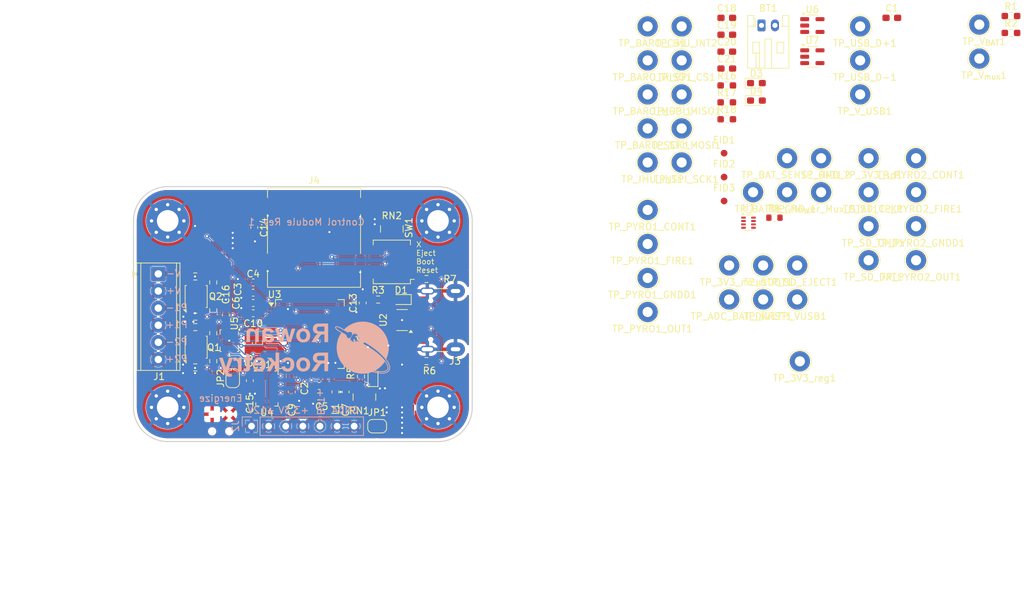
<source format=kicad_pcb>
(kicad_pcb (version 20241229) (generator "pcbnew") (generator_version "9.0")
  (layers (0 "F.Cu" signal) (2 "B.Cu" signal) (13 "F.Paste" user) (15 "B.Paste" user) (5 "F.SilkS" user "F.Silkscreen") (7 "B.SilkS" user "B.Silkscreen") (1 "F.Mask" user) (3 "B.Mask" user) (25 "Edge.Cuts" user))
  (net 0 "")
  (net 1 "/MCU/VDDSMPS")
  (net 2 "GNDD")
  (net 3 "+3.3V")
  (net 4 "/MCU/VDD11")
  (net 5 "GNDA")
  (net 6 "VDDA")
  (net 7 "/MCU/VBAT")
  (net 8 "/V_USB")
  (net 9 "/NRST")
  (net 10 "/MCU/SD_CLK")
  (net 11 "/MCU/SD_DAT0")
  (net 12 "/MCU/SD_CMD")
  (net 13 "/MCU/USB_DP")
  (net 14 "/MCU/USB_DN")
  (net 15 "/BOOT0")
  (net 16 "/SD_EJECT")
  (net 17 "/IMU Sensors/pres_mosi")
  (net 18 "/IMU Sensors/imu_int2")
  (net 19 "Net-(D1-A)")
  (net 20 "/IMU Sensors/imu_miso")
  (net 21 "/IMU Sensors/pres_miso")
  (net 22 "/IMU Sensors/imu_sclk")
  (net 23 "/IMU Sensors/pres_sclk")
  (net 24 "/IMU Sensors/imu_int1")
  (net 25 "/IMU Sensors/pres_cs")
  (net 26 "/IMU Sensors/imu_mosi")
  (net 27 "/IMU Sensors/imu_cs")
  (net 28 "/Battery/V_{BAT}")
  (net 30 "Net-(D2-A)")
  (net 31 "/Pyro Controller 2/Out")
  (net 32 "/Pyro Controller 1/Out")
  (net 33 "Net-(J3-D--PadA7)")
  (net 34 "Net-(J3-CC2)")
  (net 35 "Net-(J3-D+-PadA6)")
  (net 38 "Net-(J3-CC1)")
  (net 39 "Net-(D3-K)")
  (net 40 "Net-(Q1-G)")
  (net 41 "Net-(Q2-G)")
  (net 42 "Net-(D4-K)")
  (net 43 "/Battery/Status")
  (net 44 "Net-(J1-Pin_2)")
  (net 45 "Net-(U1-ST)")
  (net 46 "/Battery/Program")
  (net 47 "/USB-C/USB_D+")
  (net 48 "/USB-C/USB_D-")
  (net 49 "/V_{BAT}")
  (net 50 "/Battery/V_{mux}")
  (net 51 "+5V_USB")
  (net 52 "Net-(RN1-R1.2)")
  (net 53 "+BATT")
  (net 54 "Net-(RN1-R2.1)")
  (net 55 "/Bat Sense")
  (net 56 "/MCU/ADC1_IN5")
  (net 57 "/MCU/ADC1_IN6")
  (net 58 "/MCU/PYRO2_FIRE")
  (net 59 "/MCU/PYRO1_FIRE")
  (net 60 "Net-(RN2-R4.2)")
  (net 61 "/MicroSD Card/SD_DAT3")
  (net 62 "/MicroSD Card/SD_DAT2")
  (net 63 "/MicroSD Card/SD_DAT1")
  (net 64 "Net-(U1-PR1)")
  (net 65 "/V_{mux}")
  (net 66 "/Battery/V_USB")
  (net 67 "Net-(U3-VLXSMPS)")
  (net 81 "unconnected-(U3-PB0-Pad24)")
  (net 84 "unconnected-(U3-PC13-Pad2)")
  (footprint "Resistor_SMD:R_0603_1608Metric_Pad0.98x0.95mm_HandSolder" (layer "F.Cu") (at 127.161 77.978 90)
    (property "Reference" "R9" (hide yes))
    (property "Value" "1k")
  )
  (footprint "Package_SO:Vishay_PowerPAK_1212-8_Single" (layer "F.Cu") (at 124.624 68.3755 90)
    (property "Reference" "Q2")
    (property "Value" "SiS454DN")
  )
  (footprint "MountingHole:MountingHole_3.2mm_M3_Pad_Via" (layer "F.Cu") (at 160.528 84.836)
    (property "Reference" "H1" (hide yes))
    (property "Value" "MountingHole_Pad")
  )
  (footprint "Resistor_SMD:R_0603_1608Metric_Pad0.98x0.95mm_HandSolder" (layer "F.Cu") (at 124.497 65.405)
    (property "Reference" "R15" (hide yes))
    (property "Value" "22k")
  )
  (footprint "Capacitor_SMD:C_0603_1608Metric_Pad1.08x0.95mm_HandSolder" (layer "F.Cu") (at 132.461 75.311 90)
    (property "Reference" "C8")
    (property "Value" "1uF")
  )
  (footprint "TerminalBlock_Phoenix:TerminalBlock_Phoenix_MPT-0,5-6-2.54_1x06_P2.54mm_Horizontal" (layer "F.Cu") (at 119.0045 65.024 -90)
    (property "Reference" "J1")
    (property "Value" "Screw_Terminal_01x06")
  )
  (footprint "Package_TO_SOT_SMD:SOT-583-8" (layer "F.Cu") (at 206.62 57.425)
    (property "Reference" "U1")
    (property "Value" "TPS2116DRL")
  )
  (footprint "TestPoint:TestPoint_Loop_D2.54mm_Drill1.5mm_Beaded" (layer "F.Cu") (at 196.7 28.28)
    (property "Reference" "TP_IMU_INT2")
    (property "Value" "TestPoint")
  )
  (footprint "TestPoint:TestPoint_Loop_D2.54mm_Drill1.5mm_Beaded" (layer "F.Cu") (at 191.65 60.58)
    (property "Reference" "TP_PYRO1_FIRE1")
    (property "Value" "TestPoint")
  )
  (footprint "Resistor_SMD:R_0603_1608Metric_Pad0.98x0.95mm_HandSolder" (layer "F.Cu") (at 124.497 72.932)
    (property "Reference" "R11" (hide yes))
    (property "Value" "22k")
  )
  (footprint "TestPoint:TestPoint_Loop_D2.54mm_Drill1.5mm_Beaded" (layer "F.Cu") (at 231.5 63)
    (property "Reference" "TP_PYRO2_OUT1")
    (property "Value" "TestPoint")
  )
  (footprint "TestPoint:TestPoint_Loop_D2.54mm_Drill1.5mm_Beaded" (layer "F.Cu") (at 191.65 28.28)
    (property "Reference" "TP_BARO_CS1")
    (property "Value" "TestPoint")
  )
  (footprint "TestPoint:TestPoint_Loop_D2.54mm_Drill1.5mm_Beaded" (layer "F.Cu") (at 213.85 63.77)
    (property "Reference" "TP_SD_EJECT1")
    (property "Value" "TestPoint")
  )
  (footprint "Resistor_SMD:R_0603_1608Metric" (layer "F.Cu") (at 151.638 68.834)
    (property "Reference" "R3")
    (property "Value" "1k")
  )
  (footprint "Package_SO:Vishay_PowerPAK_1212-8_Single" (layer "F.Cu") (at 124.624 75.9025 90)
    (property "Reference" "Q1")
    (property "Value" "SiS454DN")
  )
  (footprint "Resistor_SMD:R_Array_Convex_4x0612" (layer "F.Cu") (at 153.67 58.358 -90)
    (property "Reference" "RN2")
    (property "Value" "10k")
  )
  (footprint "TestPoint:TestPoint_Loop_D2.54mm_Drill1.5mm_Beaded" (layer "F.Cu") (at 240.8875 33.06)
    (property "Reference" "TP_V_{mux}1")
    (property "Value" "TestPoint")
  )
  (footprint "TestPoint:TestPoint_Loop_D2.54mm_Drill1.5mm_Beaded" (layer "F.Cu") (at 224.45 52.9)
    (property "Reference" "TP_SD_CLK1")
    (property "Value" "TestPoint")
  )
  (footprint "MountingHole:MountingHole_3.2mm_M3_Pad_Via" (layer "F.Cu") (at 120.396 57.15)
    (property "Reference" "H4" (hide yes))
    (property "Value" "MountingHole_Pad")
  )
  (footprint "TestPoint:TestPoint_Loop_D2.54mm_Drill1.5mm_Beaded" (layer "F.Cu") (at 223.2 28.28)
    (property "Reference" "TP_USB_D+1")
    (property "Value" "TestPoint")
  )
  (footprint "TestPoint:TestPoint_Loop_D2.54mm_Drill1.5mm_Beaded" (layer "F.Cu") (at 223.2 33.33)
    (property "Reference" "TP_USB_D-1")
    (property "Value" "TestPoint")
  )
  (footprint "Package_LGA:LGA-8_3x5mm_P1.25mm" (layer "F.Cu") (at 135.128 82.042)
    (property "Reference" "U4")
    (property "Value" "MS5607-02BA")
  )
  (footprint "Capacitor_SMD:C_0603_1608Metric_Pad1.08x0.95mm_HandSolder" (layer "F.Cu") (at 133.096 70.866 180)
    (property "Reference" "C10")
    (property "Value" "100nF")
  )
  (footprint "Resistor_SMD:R_0603_1608Metric_Pad0.98x0.95mm_HandSolder" (layer "F.Cu") (at 203.4 42.07)
    (property "Reference" "R18")
    (property "Value" "5.1k")
  )
  (footprint "TestPoint:TestPoint_Loop_D2.54mm_Drill1.5mm_Beaded" (layer "F.Cu") (at 224.45 47.85)
    (property "Reference" "TP_3V3_sd1")
    (property "Value" "TestPoint")
  )
  (footprint "TestPoint:TestPoint_Loop_D2.54mm_Drill1.5mm_Beaded" (layer "F.Cu") (at 217.4 52.9)
    (property "Reference" "TP_Power_Mux_STAT1")
    (property "Value" "TestPoint")
  )
  (footprint "TestPoint:TestPoint_Loop_D2.54mm_Drill1.5mm_Beaded" (layer "F.Cu") (at 231.5 52.9)
    (property "Reference" "TP_PYRO2_FIRE1")
    (property "Value" "TestPoint")
  )
  (footprint "Jumper:SolderJumper-2_P1.3mm_Open_RoundedPad1.0x1.5mm" (layer "F.Cu") (at 130.048 80.518 90)
    (property "Reference" "JP2")
    (property "Value" "SolderJumper_2_Open")
  )
  (footprint "Resistor_SMD:R_0603_1608Metric_Pad0.98x0.95mm_HandSolder" (layer "F.Cu") (at 203.4 37.05)
    (property "Reference" "R16")
    (property "Value" "5.1k")
  )
  (footprint "TestPoint:TestPoint_Loop_D2.54mm_Drill1.5mm_Beaded" (layer "F.Cu") (at 213.85 68.82)
    (property "Reference" "TP_VUSB1")
    (property "Value" "TestPoint")
  )
  (footprint "Package_LGA:LGA-14_3x2.5mm_P0.5mm_LayoutBorder3x4y" (layer "F.Cu") (at 129.54 74.93 -90)
    (property "Reference" "U5")
    (property "Value" "LSM6DSL")
  )
  (footprint "MountingHole:MountingHole_3.2mm_M3_Pad_Via" (layer "F.Cu") (at 120.396 84.836)
    (property "Reference" "H3" (hide yes))
    (property "Value" "MountingHole_Pad")
  )
  (footprint "Capacitor_SMD:C_0603_1608Metric_Pad1.08x0.95mm_HandSolder" (layer "F.Cu") (at 142.875 81.661 180)
    (property "Reference" "C2")
    (property "Value" "10uF")
  )
  (footprint "TestPoint:TestPoint_Loop_D2.54mm_Drill1.5mm_Beaded" (layer "F.Cu") (at 214.25 78)
    (property "Reference" "TP_3V3_reg1")
    (property "Value" "TestPoint")
  )
  (footprint "TestPoint:TestPoint_Loop_D2.54mm_Drill1.5mm_Beaded" (layer "F.Cu") (at 191.65 43.43)
    (property "Reference" "TP_BARO_SCK1")
    (property "Value" "TestPoint")
  )
  (footprint "TestPoint:TestPoint_Loop_D2.54mm_Drill1.5mm_Beaded" (layer "F.Cu") (at 224.45 63)
    (property "Reference" "TP_SD_DAT1")
    (property "Value" "TestPoint")
  )
  (footprint "Resistor_SMD:R_0603_1608Metric_Pad0.98x0.95mm_HandSolder" (layer "F.Cu") (at 127.161 66.294 -90)
    (property "Reference" "R14" (hide yes))
    (property "Value" "100k")
  )
  (footprint "TestPoint:TestPoint_Loop_D2.54mm_Drill1.5mm_Beaded" (layer "F.Cu") (at 191.65 38.38)
    (property "Reference" "TP_BARO_MOSI1")
    (property "Value" "TestPoint")
  )
  (footprint "Resistor_SMD:R_0603_1608Metric" (layer "F.Cu") (at 158.813 65.786 180)
    (property "Reference" "R7")
    (property "Value" "5.1k")
  )
  (footprint "TestPoint:TestPoint_Loop_D2.54mm_Drill1.5mm_Beaded" (layer "F.Cu") (at 240.8875 28.01)
    (property "Reference" "TP_V_{BAT}1")
    (property "Value" "TestPoint")
  )
  (footprint "Resistor_SMD:R_0603_1608Metric" (layer "F.Cu") (at 158.813 77.978 180)
    (property "Reference" "R6")
    (property "Value" "5.1k")
  )
  (footprint "Resistor_SMD:R_0603_1608Metric_Pad0.98x0.95mm_HandSolder" (layer "F.Cu") (at 203.4 39.56)
    (property "Reference" "R17")
    (property "Value" "5.1k")
  )
  (footprint "Connector_Card:microSD_HC_Molex_47219-2001" (layer "F.Cu") (at 142.125 59.65)
    (property "Reference" "J4")
    (property "Value" "Micro_SD_Card")
  )
  (footprint "TestPoint:TestPoint_Loop_D2.54mm_Drill1.5mm_Beaded" (layer "F.Cu") (at 223.2 38.38)
    (property "Reference" "TP_V_USB1")
    (property "Value" "TestPoint")
  )
  (footprint "Jumper:SolderJumper-2_P1.3mm_Open_RoundedPad1.0x1.5mm" (layer "F.Cu") (at 151.496 87.63 180)
    (property "Reference" "JP1")
    (property "Value" "SolderJumper_2_Open")
  )
  (footprint "Capacitor_SMD:C_0603_1608Metric_Pad1.08x0.95mm_HandSolder" (layer "F.Cu") (at 227.9 27.01)
    (property "Reference" "C1")
    (property "Value" "100nF")
  )
  (footprint "TestPoint:TestPoint_Loop_D2.54mm_Drill1.5mm_Beaded" (layer "F.Cu") (at 191.65 70.68)
    (property "Reference" "TP_PYRO1_OUT1")
    (property "Value" "TestPoint")
  )
  (footprint "Resistor_SMD:R_0603_1608Metric_Pad0.98x0.95mm_HandSolder" (layer "F.Cu") (at 124.497 78.901)
    (property "Reference" "R8" (hide yes))
    (property "Value" "3.3k")
  )
  (footprint "TestPoint:TestPoint_Loop_D2.54mm_Drill1.5mm_Beaded" (layer "F.Cu") (at 231.5 57.95)
    (property "Reference" "TP_PYRO2_GNDD1")
    (property "Value" "TestPoint")
  )
  (footprint "Resistor_SMD:R_0603_1608Metric_Pad0.98x0.95mm_HandSolder" (layer "F.Cu") (at 245.5875 26.74)
    (property "Reference" "R1")
    (property "Value" "300k")
  )
  (footprint "TestPoint:TestPoint_Loop_D2.54mm_Drill1.5mm_Beaded" (layer "F.Cu") (at 191.65 33.33)
    (property "Reference" "TP_BARO_MISO1")
    (property "Value" "TestPoint")
  )
  (footprint "LED_SMD:LED_0603_1608Metric_Pad1.05x0.95mm_HandSolder" (layer "F.Cu") (at 207.795 39.29)
    (property "Reference" "D4")
    (property "Value" "LED")
  )
  (footprint "MountingHole:MountingHole_3.2mm_M3_Pad_Via" (layer "F.Cu") (at 160.528 57.15)
    (property "Reference" "H2" (hide yes))
    (property "Value" "MountingHole_Pad")
  )
  (footprint "TestPoint:TestPoint_Loop_D2.54mm_Drill1.5mm_Beaded" (layer "F.Cu") (at 212.35 47.85)
    (property "Reference" "TP_BAT_SENSE_MID1")
    (property "Value" "TestPoint")
  )
  (footprint "TestPoint:TestPoint_Loop_D2.54mm_Drill1.5mm_Beaded" (layer "F.Cu") (at 196.7 33.33)
    (property "Reference" "TP_SPI_CS1")
    (property "Value" "TestPoint")
  )
  (footprint "TestPoint:TestPoint_Loop_D2.54mm_Drill1.5mm_Beaded" (layer "F.Cu") (at 207.3 52.9)
    (property "Reference" "TP_BATT1")
    (property "Value" "TestPoint")
  )
  (footprint "Capacitor_SMD:C_0603_1608Metric_Pad1.08x0.95mm_HandSolder" (layer "F.Cu") (at 133.096 69.342 180)
    (property "Reference" "C6")
    (property "Value" "100nF")
  )
  (footprint "Capacitor_SMD:C_0603_1608Metric_Pad1.08x0.95mm_HandSolder" (layer "F.Cu") (at 149.098 76.835 90)
    (property "Reference" "C12")
    (property "Value" "100nF")
  )
  (footprint "Package_TO_SOT_SMD:SOT-23-5" (layer "F.Cu") (at 216.1 32.78)
    (property "Reference" "U7")
    (property "Value" "MIC5504-3.3YM5")
  )
  (footprint "Capacitor_SMD:C_0603_1608Metric_Pad1.08x0.95mm_HandSolder" (layer "F.Cu") (at 203.4 34.54)
    (property "Reference" "C21")
    (property "Value" "1uF")
  )
  (footprint "Resistor_SMD:R_Array_Convex_4x0612" (layer "F.Cu") (at 149.606 83.312 90)
    (property "Reference" "RN1")
    (property "Value" "10k")
  )
  (footprint "Package_TO_SOT_SMD:SOT-23-6" (layer "F.Cu") (at 155.194 71.882 180)
    (property "Reference" "U2")
    (property "Value" "USBLC6-2SC6")
  )
  (footprint "TestPoint:TestPoint_Loop_D2.54mm_Drill1.5mm_Beaded" (layer "F.Cu") (at 191.65 65.63)
    (property "Reference" "TP_PYRO1_GNDD1")
    (property "Value" "TestPoint")
  )
  (footprint "Resistor_SMD:R_0603_1608Metric_Pad0.98x0.95mm_HandSolder" (layer "F.Cu") (at 127.161 73.821 -90)
    (property "Reference" "R10" (hide yes))
    (property "Value" "100k")
  )
  (footprint "Resistor_SMD:R_0603_1608Metric_Pad0.98x0.95mm_HandSolder" (layer "F.Cu") (at 245.5875 29.25)
    (property "Reference" "R2")
    (property "Value" "100k")
  )
  (footprint "TestPoint:TestPoint_Loop_D2.54mm_Drill1.5mm_Beaded" (layer "F.Cu") (at 217.4 47.85)
    (property "Reference" "TP_GND_2")
    (property "Value" "TestPoint")
  )
  (footprint "Button_Switch_SMD:SW_DIP_SPSTx04_Slide_Copal_CHS-04A_W5.08mm_P1.27mm_JPin" (layer "F.Cu") (at 153.67 63.246 180)
    (property "Reference" "SW1")
    (property "Value" "SW_DIP_x04")
  )
  (footprint "Capacitor_SMD:C_0603_1608Metric_Pad1.08x0.95mm_HandSolder" (layer "F.Cu") (at 133.25 58.1375 -90)
    (property "Reference" "C14")
    (property "Value" "10uF")
  )
  (footprint "Capacitor_SMD:C_0603_1608Metric_Pad1.08x0.95mm_HandSolder" (layer "F.Cu") (at 133.985 75.311 90)
    (property "Reference" "C11")
    (property "Value" "100nF")
  )
  (footprint "Capacitor_SMD:C_0603_1608Metric_Pad1.08x0.95mm_HandSolder" (layer "F.Cu") (at 142.875 83.185 180)
    (property "Reference" "C5")
    (property "Value" "100nF")
  )
  (footprint "TestPoint:TestPoint_Loop_D2.54mm_Drill1.5mm_Beaded" (layer "F.Cu") (at 196.7 38.38)
    (property "Reference" "TP_SPI_MISO1")
    (property "Value" "TestPoint")
  )
  (footprint "Capacitor_SMD:C_0603_1608Metric_Pad1.08x0.95mm_HandSolder" (layer "F.Cu") (at 133.096 66.294 180)
    (property "Reference" "C4")
    (property "Value" "2.2uF")
  )
  (footprint "TestPoint:TestPoint_Loop_D2.54mm_Drill1.5mm_Beaded" (layer "F.Cu") (at 203.75 63.77)
    (property "Reference" "TP_3V3_mcu1")
    (property "Value" "TestPoint")
  )
  (footprint "Package_TO_SOT_SMD:SOT-23-5" (layer "F.Cu") (at 216.1 28.155)
    (property "Reference" "U6")
    (property "Value" "MCP73831-2-OT")
  )
  (footprint "TestPoint:TestPoint_Loop_D2.54mm_Drill1.5mm_Beaded" (layer "F.Cu") (at 231.5 47.85)
    (property "Reference" "TP_PYRO2_CONT1")
    (property "Value" "TestPoint")
  )
  (footprint "TestPoint:TestPoint_Loop_D2.54mm_Drill1.5mm_Beaded" (layer "F.Cu") (at 208.8 63.77)
    (property "Reference" "TP_BOOT1")
    (property "Value" "TestPoint")
  )
  (footprint "Capacitor_SMD:C_0603_1608Metric_Pad1.08x0.95mm_HandSolder" (layer "F.Cu") (at 138.811 82.55 -90)
    (property "Reference" "C9")
    (property "Value" "100nF")
  )
  (footprint "Resistor_SMD:R_0603_1608Metric_Pad0.98x0.95mm_HandSolder" (layer "F.Cu") (at 127.161 70.451 90)
    (property "Reference" "R13" (hide yes))
    (property "Value" "1k")
  )
  (footprint "Capacitor_SMD:C_0603_1608Metric_Pad1.08x0.95mm_HandSolder" (layer "F.Cu") (at 203.4 27.01)
    (property "Reference" "C18")
    (property "Value" "4.7uF")
  )
  (footprint "Capacitor_SMD:C_0603_1608Metric_Pad1.08x0.95mm_HandSolder" (layer "F.Cu") (at 129.54 77.724)
    (property "Reference" "C17" (hide yes))
    (property "Value" "100nF")
  )
  (footprint "Capacitor_SMD:C_0603_1608Metric_Pad1.08x0.95mm_HandSolder" (layer "F.Cu") (at 132.588 80.8725 -90)
    (property "Reference" "C15")
    (property "Value" "100nF")
  )
  (footprint "TestPoint:TestPoint_Loop_D2.54mm_Drill1.5mm_Beaded" (layer "F.Cu") (at 191.65 55.53)
    (property "Reference" "TP_PYRO1_CONT1")
    (property "Value" "TestPoint")
  )
  (footprint "Capacitor_SMD:C_0603_1608Metric_Pad1.08x0.95mm_HandSolder" (layer "F.Cu") (at 146.812 82.55 -90)
    (property "Reference" "C7")
    (property "Value" "2.2uF")
  )
  (footprint "Fiducial:Fiducial_1mm_Mask2mm" (layer "F.Cu") (at 203 47.1)
    (property "Reference" "FID1")
    (property "Value" "Fiducial")
  )
  (footprint "Resistor_SMD:R_0603_1608Metric" (layer "F.Cu") (at 149.098 80.264 -90)
    (property "Reference" "R5")
    (property "Value" "1k")
  )
  (footprint "TestPoint:TestPoint_Loop_D2.54mm_Drill1.5mm_Beaded" (layer "F.Cu") (at 196.7 43.43)
    (property "Reference" "TP_SPI_MOSI1")
    (property "Value" "TestPoint")
  )
  (footprint "LED_SMD:LED_0603_1608Metric" (layer "F.Cu") (at 150.876 80.264 90)
    (property "Reference" "D2")
    (property "Value" "LED")
  )
  (footprint "LED_SMD:LED_0603_1608Metric" (layer "F.Cu") (at 155.067 68.834 180)
    (property "Reference" "D1")
    (property "Value" "LED")
  )
  (footprint "Connector_JST:JST_PH_S2B-PH-K_1x02_P2.00mm_Horizontal" (layer "F.Cu") (at 208.55 28.13)
    (property "Reference" "BT1")
    (property "Value" "Battery_Cell")
  )
  (footprint "Capacitor_SMD:C_0603_1608Metric_Pad1.08x0.95mm_HandSolder" (layer "F.Cu") (at 129.032 71.12 90)
    (property "Reference" "C16")
    (property "Value" "10uF")
  )
  (footprint "Capacitor_SMD:C_0603_1608Metric_Pad1.08x0.95mm_HandSolder" (layer "F.Cu") (at 133.096 67.818 180)
    (property "Reference" "C3")
    (property "Value" "10uF")
  )
  (footprint "TestPoint:TestPoint_Loop_D2.54mm_Drill1.5mm_Beaded" (layer "F.Cu") (at 224.45 57.95)
    (property "Reference" "TP_SD_CMD1")
    (property "Value" "TestPoint")
  )
  (footprint "LED_SMD:LED_0603_1608Metric_Pad1.05x0.95mm_HandSolder" (layer "F.Cu") (at 207.795 36.7)
    (property "Reference" "D3")
    (property "Value" "LED")
  )
  (footprint "Fiducial:Fiducial_1mm_Mask2mm" (layer "F.Cu") (at 203 50.65)
    (property "Reference" "FID2")
    (property "Value" "Fiducial")
  )
  (footprint "TestPoint:TestPoint_Loop_D2.54mm_Drill1.5mm_Beaded" (layer "F.Cu") (at 212.35 52.9)
    (property "Reference" "TP_GND_1")
    (property "Value" "TestPoint")
  )
  (footprint "Capacitor_SMD:C_0603_1608Metric_Pad1.08x0.95mm_HandSolder" (layer "F.Cu") (at 203.4 29.52)
    (property "Reference" "C19")
    (property "Value" "1uF")
  )
  (footprint "TestPoint:TestPoint_Loop_D2.54mm_Drill1.5mm_Beaded" (layer "F.Cu") (at 208.8 68.82)
    (property "Reference" "TP_NRST1")
    (property "Value" "TestPoint")
  )
  (footprint "Capacitor_SMD:C_0603_1608Metric_Pad1.08x0.95mm_HandSolder" (layer "F.Cu") (at 203.4 32.03)
    (property "Reference" "C20")
    (property "Value" "4.7uF")
  )
  (footprint "TestPoint:TestPoint_Loop_D2.54mm_Drill1.5mm_Beaded" (layer "F.Cu") (at 196.7 48.48)
    (property "Reference" "TP_SPI_SCK1")
    (property "Value" "TestPoint")
  )
  (footprint "Resistor_SMD:R_0603_1608Metric_Pad0.98x0.95mm_HandSolder" (layer "F.Cu") (at 124.497 71.374)
    (property "Reference" "R12" (hide yes))
    (property "Value" "3.3k")
  )
  (footprint "Connector_USB:USB_C_Receptacle_GCT_USB4105-xx-A_16P_TopMnt_Horizontal" (layer "F.Cu") (at 162.052 71.882 90)
    (property "Reference" "J3")
    (property "Value" "USB_C_Receptacle_USB2.0_16P")
  )
  (footprint "TestPoint:TestPoint_Loop_D2.54mm_Drill1.5mm_Beaded" (layer "F.Cu") (at 191.65 48.48)
    (property "Reference" "TP_IMU_INT1")
    (property "Value" "TestPoint")
  )
  (footprint "Resistor_SMD:R_0603_1608Metric" (layer "F.Cu") (at 210.47 56.68)
    (property "Reference" "R4")
    (property "Value" "10k")
  )
  (footprint "Inductor_SMD:L_0603_1608Metric_Pad1.05x0.95mm_HandSolder" (layer "F.Cu") (at 145.288 82.55 -90)
    (property "Reference" "L1")
    (property "Value" "2.2uH")
  )
  (footprint "Package_QFP:LQFP-64_10x10mm_P0.5mm" (layer "F.Cu") (at 141.499 73.951)
    (property "Reference" "U3")
    (property "Value" "STM32U545RETxQ")
  )
  (footprint "Fiducial:Fiducial_1mm_Mask2mm" (layer "F.Cu") (at 203 54.2)
    (property "Reference" "FID3")
    (property "Value" "Fiducial")
  )
  (footprint "TestPoint:TestPoint_Loop_D2.54mm_Drill1.5mm_Beaded" (layer "F.Cu") (at 203.75 68.82)
    (property "Reference" "TP_ADC_BAT_DIV1")
    (property "Value" "TestPoint")
  )
  (footprint "Capacitor_SMD:C_0603_1608Metric_Pad1.08x0.95mm_HandSolder" (layer "F.Cu") (at 149.352 69.342 90)
    (property "Reference" "C13")
    (property "Value" "100nF")
  )
  (footprint "Connector_PinHeader_2.54mm:PinHeader_1x07_P2.54mm_Vertical" (layer "B.Cu") (at 132.842 87.63 -90)
    (property "Reference" "J2")
    (property "Value" "Conn_01x07_Pin")
  )
  (footprint "LOGO" (layer "B.Cu") (at 140.716 76.2 180)
    (property "Reference" "G***" (hide yes))
    (property "Value" "LOGO" (hide yes))
  )
  (gr_line (start 160.528 52.069998) (end 120.396002 52.069998) (stroke (width 0.16)) (layer "Edge.Cuts"))
  (gr_arc (start 115.316 57.15) (mid 116.803898 53.557897) (end 120.396002 52.069998) (stroke (width 0.16)) (layer "Edge.Cuts"))
  (gr_line (start 115.316 57.15) (end 115.316 84.836) (stroke (width 0.16)) (layer "Edge.Cuts"))
  (gr_line (start 120.396002 89.916002) (end 160.528 89.916002) (stroke (width 0.16)) (layer "Edge.Cuts"))
  (gr_line (start 165.608002 84.836) (end 165.608002 57.15) (stroke (width 0.16)) (layer "Edge.Cuts"))
  (gr_arc (start 160.528 52.069998) (mid 164.120104 53.557896) (end 165.608002 57.15) (stroke (width 0.16)) (layer "Edge.Cuts"))
  (gr_arc (start 165.608002 84.836) (mid 164.120104 88.428104) (end 160.528 89.916002) (stroke (width 0.16)) (layer "Edge.Cuts"))
  (gr_arc (start 120.396002 89.916002) (mid 116.803897 88.428105) (end 115.316 84.836) (stroke (width 0.16)) (layer "Edge.Cuts"))
  (gr_text "X\nEject\nBoot\nReset" (at 157.226 64.931 0) (layer "F.SilkS") (effects (font (size 0.7874 0.7874) (thickness 0.112486)) (justify left bottom)))
  (gr_text "P2+" (at 123.444 78.232 0) (layer "B.SilkS") (effects (font (size 1.016 1.016) (thickness 0.145143)) (justify left bottom mirror)))
  (gr_text "P1+" (at 123.444 73.152 0) (layer "B.SilkS") (effects (font (size 1.016 1.016) (thickness 0.145143)) (justify left bottom mirror)))
  (gr_text "+3.3V" (at 141.478 85.852 0) (layer "B.SilkS") (effects (font (size 1.016 1.016) (thickness 0.145143)) (justify left bottom mirror)))
  (gr_text "P2-" (at 123.444 75.692 0) (layer "B.SilkS") (effects (font (size 1.016 1.016) (thickness 0.145143)) (justify left bottom mirror)))
  (gr_text "P1-" (at 123.444 70.612 0) (layer "B.SilkS") (effects (font (size 1.016 1.016) (thickness 0.145143)) (justify left bottom mirror)))
  (gr_text "V+" (at 122.428 68.072 0) (layer "B.SilkS") (effects (font (size 1.016 1.016) (thickness 0.145143)) (justify left bottom mirror)))
  (gr_text "+12V" (at 136.398 85.852 0) (layer "B.SilkS") (effects (font (size 1.016 1.016) (thickness 0.145143)) (justify left bottom mirror)))
  (gr_text "GNDA" (at 148.844 85.852 0) (layer "B.SilkS") (effects (font (size 1.016 1.016) (thickness 0.145143)) (justify left bottom mirror)))
  (gr_text "BAT+" (at 142.494 86.106 270) (layer "B.SilkS") (effects (font (size 1.016 1.016) (thickness 0.145143)) (justify left bottom mirror)))
  (gr_text "Energize" (at 131.572 84.074 0) (layer "B.SilkS") (effects (font (size 1.016 1.016) (thickness 0.145143)) (justify left bottom mirror)))
  (gr_text "V-" (at 122.428 65.532 0) (layer "B.SilkS") (effects (font (size 1.016 1.016) (thickness 0.145143)) (justify left bottom mirror)))
  (gr_text "Control Module Rev. 1" (at 140.987 57.912 0) (layer "B.SilkS") (effects (font (size 1.016 1.016) (thickness 0.145143)) (justify bottom mirror)))
  (segment (start 154.244 83.741) (end 154.178 83.807) (width 0.2) (layer "F.Cu") (net 0))
  (segment (start 154.244 81.9095) (end 154.244 83.741) (width 0.2) (layer "F.Cu") (net 0))
  (segment (start 143.761 79.638) (end 143.749 79.626) (width 0.2) (layer "F.Cu") (net 1))
  (segment (start 133.359 58.997) (end 133.359 60.189) (width 0.2) (layer "F.Cu") (net 2))
  (segment (start 125.3255 57.912) (end 124.46 57.912) (width 0.2) (layer "F.Cu") (net 2))
  (segment (start 131.318 77.978) (end 131.064 77.724) (width 0.2) (layer "F.Cu") (net 2))
  (segment (start 151.6635 81.0515) (end 150.876 81.0515) (width 0.2) (layer "F.Cu") (net 2))
  (segment (start 148.988 54.863) (end 148.988 56.532) (width 0.2) (layer "F.Cu") (net 2))
  (segment (start 148.298 70.701) (end 147.174 70.701) (width 0.2) (layer "F.Cu") (net 2))
  (segment (start 151.892 81.28) (end 151.6635 81.0515) (width 0.2) (layer "F.Cu") (net 2))
  (segment (start 155.194 79.6345) (end 155.194 78.486) (width 0.2) (layer "F.Cu") (net 2))
  (segment (start 139.42617 83.3775) (end 138.812 83.3775) (width 0.2) (layer "F.Cu") (net 2))
  (segment (start 146.05 82.55) (end 146.558 82.55) (width 0.2) (layer "F.Cu") (net 2))
  (segment (start 130.81 65.786) (end 131.318 66.294) (width 0.2) (layer "F.Cu") (net 2))
  (segment (start 145.249 78.271) (end 145.249 79.626) (width 0.2) (layer "F.Cu") (net 2))
  (segment (start 156.3315 71.882) (end 155.194 71.882) (width 0.2) (layer "F.Cu") (net 2))
  (segment (start 135.238 54.863) (end 135.238 56.388) (width 0.2) (layer "F.Cu") (net 2))
  (segment (start 129.032 70.2575) (end 129.032 68.834) (width 0.2) (layer "F.Cu") (net 2))
  (segment (start 151.892 82.042) (end 151.892 81.28) (width 0.2) (layer "F.Cu") (net 2))
  (segment (start 149.099 75.9375) (end 150.0885 75.9375) (width 0.2) (layer "F.Cu") (net 2))
  (segment (start 138.249 79.626) (end 138.249 78.232) (width 0.2) (layer "F.Cu") (net 2))
  (segment (start 139.910427 83.861757) (end 139.42617 83.3775) (width 0.2) (layer "F.Cu") (net 2))
  (segment (start 138.25 68.241) (end 138.25 70.25) (width 0.2) (layer "F.Cu") (net 2))
  (segment (start 135.238 56.388) (end 135.238 56.498) (width 0.2) (layer "F.Cu") (net 2))
  (segment (start 151.725 75.657) (end 153.163 75.657) (width 0.2) (layer "F.Cu") (net 2))
  (segment (start 135.239 63.128) (end 135.239 64.625) (width 0.2) (layer "F.Cu") (net 2))
  (segment (start 133.359 60.189) (end 133.35 60.198) (width 0.2) (layer "F.Cu") (net 2))
  (segment (start 131.318 66.294) (end 132.2335 66.294) (width 0.2) (layer "F.Cu") (net 2))
  (segment (start 148.988 64.77) (end 148.988 64.88) (width 0.2) (layer "F.Cu") (net 2))
  (segment (start 144.408 57.463) (end 144.408 58.81) (width 0.2) (layer "F.Cu") (net 2))
  (segment (start 131.064 77.724) (end 130.4025 77.724) (width 0.2) (layer "F.Cu") (net 2))
  (segment (start 123.5845 65.405) (end 124.46 65.405) (width 0.2) (layer "F.Cu") (net 2))
  (segment (start 148.988 63.163) (end 148.988 64.77) (width 0.2) (layer "F.Cu") (net 2))
  (segment (start 149.352 68.4795) (end 149.352 67.31) (width 0.2) (layer "F.Cu") (net 2))
  (segment (start 131.826 77.978) (end 131.318 77.978) (width 0.2) (layer "F.Cu") (net 2))
  (segment (start 150.0885 75.9375) (end 150.115 75.911) (width 0.2) (layer "F.Cu") (net 2))
  (segment (start 152.655 81.004) (end 152.655 82.007) (width 0.2) (layer "F.Cu") (net 2))
  (segment (start 144.249 78.255) (end 144.249 79.626) (width 0.2) (layer "F.Cu") (net 2))
  (segment (start 146.812 82.804) (end 146.812 83.4125) (width 0.2) (layer "F.Cu") (net 2))
  (segment (start 145.288 78.232) (end 145.249 78.271) (width 0.2) (layer "F.Cu") (net 2))
  (segment (start 146.558 82.55) (end 146.812 82.804) (width 0.2) (layer "F.Cu") (net 2))
  (via (at 150.115 75.911) (size 0.6) (drill 0.3) (layers "F.Cu" "B.Cu") (net 2))
  (via (at 122.722 71.374) (size 0.6) (drill 0.3) (layers "F.Cu" "B.Cu") (net 2))
  (via (at 155.194 78.486) (size 0.6) (drill 0.3) (layers "F.Cu" "B.Cu") (net 2))
  (via (at 124.206 72.136) (size 0.6) (drill 0.3) (layers "F.Cu" "B.Cu") (net 2))
  (via (at 152.655 82.007) (size 0.6) (drill 0.3) (layers "F.Cu" "B.Cu") (net 2))
  (via (at 141.987 84.293) (size 0.6) (drill 0.3) (layers "F.Cu" "B.Cu") (net 2))
  (via (at 131.318 70.104) (size 0.6) (drill 0.3) (layers "F.Cu" "B.Cu") (net 2))
  (via (at 133.35 60.198) (size 0.6) (drill 0.3) (layers "F.Cu" "B.Cu") (net 2))
  (via (at 124.46 65.405) (size 0.6) (drill 0.3) (layers "F.Cu" "B.Cu") (net 2))
  (via (at 151.892 82.042) (size 0.6) (drill 0.3) (layers "F.Cu" "B.Cu") (net 2))
  (via (at 155.194 87.122) (size 0.6) (drill 0.3) (layers "F.Cu" "B.Cu") (net 2))
  (via (at 130.048 61.214) (size 0.6) (drill 0.3) (layers "F.Cu" "B.Cu") (net 2))
  (via (at 151.13 56.896) (size 0.6) (drill 0.3) (layers "F.Cu" "B.Cu") (net 2))
  (via (at 155.194 84.836) (size 0.6) (drill 0.3) (layers "F.Cu" "B.Cu") (net 2))
  (via (at 148.988 64.77) (size 0.6) (drill 0.3) (layers "F.Cu" "B.Cu") (net 2))
  (via (at 155.194 87.884) (size 0.6) (drill 0.3) (layers "F.Cu" "B.Cu") (net 2))
  (via (at 135.239 64.625) (size 0.6) (drill 0.3) (layers "F.Cu" "B.Cu") (net 2))
  (via (at 129.54 74.93) (size 0.6) (drill 0.3) (layers "F.Cu" "B.Cu") (net 2))
  (via (at 144.408 58.81) (size 0.6) (drill 0.3) (layers "F.Cu" "B.Cu") (net 2))
  (via (at 138.25 70.25) (size 0.6) (drill 0.3) (layers "F.Cu" "B.Cu") (net 2))
  (via (at 129.032 68.834) (size 0.6) (drill 0.3) (layers "F.Cu" "B.Cu") (net 2))
  (via (at 131.318 68.58) (size 0.6) (drill 0.3) (layers "F.Cu" "B.Cu") (net 2))
  (via (at 155.194 85.598) (size 0.6) (drill 0.3) (layers "F.Cu" "B.Cu") (net 2))
  (via (at 139.910427 83.861757) (size 0.6) (drill 0.3) (layers "F.Cu" "B.Cu") (net 2))
  (via (at 135.238 56.388) (size 0.6) (drill 0.3) (layers "F.Cu" "B.Cu") (net 2))
  (via (at 124.46 79.756) (size 0.6) (drill 0.3) (layers "F.Cu" "B.Cu") (net 2))
  (via (at 131.826 77.978) (size 0.6) (drill 0.3) (layers "F.Cu" "B.Cu") (net 2))
  (via (at 124.46 70.866) (size 0.6) (drill 0.3) (layers "F.Cu" "B.Cu") (net 2))
  (via (at 130.048 59.69) (size 0.6) (drill 0.3) (layers "F.Cu" "B.Cu") (net 2))
  (via (at 152.908 84.836) (size 0.6) (drill 0.3) (layers "F.Cu" "B.Cu") (net 2))
  (via (at 132.588 82.804) (size 0.6) (drill 0.3) (layers "F.Cu" "B.Cu") (net 2))
  (via (at 146.05 82.55) (size 0.6) (drill 0.3) (layers "F.Cu" "B.Cu") (net 2))
  (via (at 155.194 86.36) (size 0.6) (drill 0.3) (layers "F.Cu" "B.Cu") (net 2))
  (via (at 130.048 60.452) (size 0.6) (drill 0.3) (layers "F.Cu" "B.Cu") (net 2))
  (via (at 133.35 82.804) (size 0.6) (drill 0.3) (layers "F.Cu" "B.Cu") (net 2))
  (via (at 149.352 67.31) (size 0.6) (drill 0.3) (layers "F.Cu" "B.Cu") (net 2))
  (via (at 122.682 79.756) (size 0.6) (drill 0.3) (layers "F.Cu" "B.Cu") (net 2))
  (via (at 148.4122 70.701) (size 0.6) (drill 0.3) (layers "F.Cu" "B.Cu") (net 2))
  (via (at 148.988 56.532) (size 0.6) (drill 0.3) (layers "F.Cu" "B.Cu") (net 2))
  (via (at 138.249 78.232) (size 0.6) (drill 0.3) (layers "F.Cu" "B.Cu") (net 2))
  (via (at 130.048 58.928) (size 0.6) (drill 0.3) (layers "F.Cu" "B.Cu") (net 2))
  (via (at 155.194 71.882) (size 0.6) (drill 0.3) (layers "F.Cu" "B.Cu") (net 2))
  (via (at 122.682 78.486) (size 0.6) (drill 0.3) (layers "F.Cu" "B.Cu") (net 2))
  (via (at 130.81 65.786) (size 0.6) (drill 0.3) (layers "F.Cu" "B.Cu") (net 2))
  (via (at 152.908 85.598) (size 0.6) (drill 0.3) (layers "F.Cu" "B.Cu") (net 2))
  (via (at 122.936 72.136) (size 0.6) (drill 0.3) (layers "F.Cu" "B.Cu") (net 2))
  (via (at 151.13 57.658) (size 0.6) (drill 0.3) (layers "F.Cu" "B.Cu") (net 2))
  (via (at 145.288 78.232) (size 0.6) (drill 0.3) (layers "F.Cu" "B.Cu") (net 2))
  (via (at 153.163 75.657) (size 0.6) (drill 0.3) (layers "F.Cu" "B.Cu") (net 2))
  (via (at 124.46 57.912) (size 0.6) (drill 0.3) (layers "F.Cu" "B.Cu") (net 2))
  (via (at 155.194 88.646) (size 0.6) (drill 0.3) (layers "F.Cu" "B.Cu") (net 2))
  (via (at 124.46 78.994) (size 0.6) (drill 0.3) (layers "F.Cu" "B.Cu") (net 2))
  (via (at 144.249 78.255) (size 0.6) (drill 0.3) (layers "F.Cu" "B.Cu") (net 2))
  (segment (start 150.46 70.203) (end 148.844 70.203) (width 0.1778) (layer "F.Cu") (net 3))
  (segment (start 150.813 69.85) (end 150.813 68.834) (width 0.1778) (layer "F.Cu") (net 3))
  (segment (start 128.778 64.6665) (end 128.778 64.008) (width 0.2) (layer "F.Cu") (net 3))
  (segment (start 156.144 81.9095) (end 156.144 83.741) (width 0.2) (layer "F.Cu") (net 3))
  (segment (start 123.41 63.026) (end 123.447 62.989) (width 0.762) (layer "F.Cu") (net 3))
  (segment (start 121.412 65.024) (end 123.41 63.026) (width 0.762) (layer "F.Cu") (net 3))
  (segment (start 150.813 68.9215) (end 150.7255 68.834) (width 0.1778) (layer "F.Cu") (net 3))
  (segment (start 150.813 69.85) (end 150.46 70.203) (width 0.1778) (layer "F.Cu") (net 3))
  (segment (start 119.0045 65.024) (end 121.412 65.024) (width 0.762) (layer "F.Cu") (net 3))
  (segment (start 123.41 63.026) (end 126.238 63.026) (width 0.762) (layer "F.Cu") (net 3))
  (segment (start 148.842 70.201) (end 148.844 70.203) (width 0.1778) (layer "F.Cu") (net 3))
  (segment (start 147.174 70.201) (end 148.842 70.201) (width 0.1778) (layer "F.Cu") (net 3))
  (segment (start 128.778 64.008) (end 127.796 63.026) (width 0.2) (layer "F.Cu") (net 3))
  (segment (start 127.796 63.026) (end 126.238 63.026) (width 0.2) (layer "F.Cu") (net 3))
  (segment (start 156.144 83.741) (end 156.21 83.807) (width 0.2) (layer "F.Cu") (net 3))
  (segment (start 123.447 62.989) (end 123.447 61.849) (width 0.762) (layer "F.Cu") (net 3))
  (segment (start 138.749 69.915) (end 139.446 70.612) (width 0.2) (layer "F.Cu") (net 4))
  (segment (start 144.018 77.247) (end 144.018 70.643) (width 0.2) (layer "F.Cu") (net 4))
  (segment (start 138.049 66.294) (end 133.7575 66.294) (width 0.2) (layer "F.Cu") (net 4))
  (segment (start 138.749 68.276) (end 138.749 66.994) (width 0.2) (layer "F.Cu") (net 4))
  (segment (start 144.749 77.978) (end 144.018 77.247) (width 0.2) (layer "F.Cu") (net 4))
  (segment (start 138.749 68.276) (end 138.749 69.915) (width 0.2) (layer "F.Cu") (net 4))
  (segment (start 144.749 79.626) (end 144.749 77.978) (width 0.2) (layer "F.Cu") (net 4))
  (segment (start 138.749 66.994) (end 138.049 66.294) (width 0.2) (layer "F.Cu") (net 4))
  (via (at 144.018 70.643) (size 0.6) (drill 0.3) (layers "F.Cu" "B.Cu") (net 4))
  (via (at 139.446 70.612) (size 0.6) (drill 0.3) (layers "F.Cu" "B.Cu") (net 4))
  (segment (start 139.477 70.643) (end 139.446 70.612) (width 0.2) (layer "B.Cu") (net 4))
  (segment (start 144.018 70.643) (end 139.477 70.643) (width 0.2) (layer "B.Cu") (net 4))
  (segment (start 137.16 77.978) (end 137.16 76.2) (width 0.3556) (layer "F.Cu") (net 5))
  (via (at 137.16 77.978) (size 0.6) (drill 0.3) (layers "F.Cu" "B.Cu") (net 5))
  (segment (start 136.144 86.36) (end 144.272 86.36) (width 0.3556) (layer "B.Cu") (net 5))
  (segment (start 135.128 80.01) (end 135.128 85.344) (width 0.3556) (layer "B.Cu") (net 5))
  (segment (start 137.16 77.978) (end 135.128 80.01) (width 0.3556) (layer "B.Cu") (net 5))
  (segment (start 148.082 87.63) (end 145.542 87.63) (width 0.3556) (layer "B.Cu") (net 5))
  (segment (start 144.272 86.36) (end 145.542 87.63) (width 0.3556) (layer "B.Cu") (net 5))
  (segment (start 135.128 85.344) (end 136.144 86.36) (width 0.3556) (layer "B.Cu") (net 5))
  (segment (start 130.556 78.486) (end 132.08 78.486) (width 0.2) (layer "F.Cu") (net 6))
  (segment (start 132.08 78.486) (end 132.461 78.105) (width 0.2) (layer "F.Cu") (net 6))
  (segment (start 130.048 78.994) (end 130.556 78.486) (width 0.2) (layer "F.Cu") (net 6))
  (segment (start 130.048 79.868) (end 130.048 78.994) (width 0.2) (layer "F.Cu") (net 6))
  (segment (start 132.461 78.105) (end 132.461 76.1735) (width 0.2) (layer "F.Cu") (net 6))
  (segment (start 156.719 69.815) (end 157.087 69.447) (width 0.1778) (layer "F.Cu") (net 8))
  (segment (start 157.087 69.447) (end 158.373 69.447) (width 0.1778) (layer "F.Cu") (net 8))
  (segment (start 150.814 69.815) (end 156.719 69.815) (width 0.1778) (layer "F.Cu") (net 8))
  (segment (start 152.273 65.151) (end 154.94 62.484) (width 0.2) (layer "F.Cu") (net 9))
  (segment (start 134.161 73.201) (end 133.858 72.898) (width 0.2) (layer "F.Cu") (net 9))
  (segment (start 148.082 66.802) (end 149.733 65.151) (width 0.2) (layer "F.Cu") (net 9))
  (segment (start 148.082 68.834) (end 148.082 66.802) (width 0.2) (layer "F.Cu") (net 9))
  (segment (start 149.733 65.151) (end 151.13 65.151) (width 0.2) (layer "F.Cu") (net 9))
  (segment (start 154.94 62.484) (end 154.94 59.058) (width 0.2) (layer "F.Cu") (net 9))
  (segment (start 133.858 72.898) (end 133.858 72.136) (width 0.2) (layer "F.Cu") (net 9))
  (segment (start 135.824 73.201) (end 134.161 73.201) (width 0.2) (layer "F.Cu") (net 9))
  (segment (start 152.273 65.151) (end 151.13 65.151) (width 0.2) (layer "F.Cu") (net 9))
  (via (at 148.082 68.834) (size 0.6) (drill 0.3) (layers "F.Cu" "B.Cu") (net 9))
  (via (at 133.858 72.136) (size 0.6) (drill 0.3) (layers "F.Cu" "B.Cu") (net 9))
  (segment (start 147.32 68.834) (end 146.558 69.596) (width 0.2) (layer "B.Cu") (net 9))
  (segment (start 136.398 69.596) (end 133.858 72.136) (width 0.2) (layer "B.Cu") (net 9))
  (segment (start 146.558 69.596) (end 136.398 69.596) (width 0.2) (layer "B.Cu") (net 9))
  (segment (start 148.082 68.834) (end 147.32 68.834) (width 0.2) (layer "B.Cu") (net 9))
  (segment (start 143.249 57.531) (end 143.181 57.463) (width 0.2) (layer "F.Cu") (net 10))
  (segment (start 143.249 68.276) (end 143.249 57.531) (width 0.2) (layer "F.Cu") (net 10))
  (segment (start 145.948 74.701) (end 145.5762 74.3292) (width 0.2) (layer "F.Cu") (net 11))
  (segment (start 145.5762 74.3292) (end 145.5762 57.6582) (width 0.2) (layer "F.Cu") (net 11))
  (segment (start 145.5762 57.6582) (end 145.381 57.463) (width 0.2) (layer "F.Cu") (net 11))
  (segment (start 147.174 74.701) (end 145.948 74.701) (width 0.2) (layer "F.Cu") (net 11))
  (segment (start 141.097 57.579) (end 140.981 57.463) (width 0.2) (layer "F.Cu") (net 12))
  (segment (start 142.749 63.374) (end 141.097 61.722) (width 0.2) (layer "F.Cu") (net 12))
  (segment (start 142.749 68.276) (end 142.749 63.374) (width 0.2) (layer "F.Cu") (net 12))
  (segment (start 141.097 61.722) (end 141.097 57.579) (width 0.2) (layer "F.Cu") (net 12))
  (segment (start 152.327 71.701) (end 147.174 71.701) (width 0.2) (layer "F.Cu") (net 13))
  (segment (start 154.0565 70.932) (end 153.096 70.932) (width 0.2) (layer "F.Cu") (net 13))
  (segment (start 153.096 70.932) (end 152.327 71.701) (width 0.2) (layer "F.Cu") (net 13))
  (segment (start 152.338 72.201) (end 147.174 72.201) (width 0.2) (layer "F.Cu") (net 14))
  (segment (start 152.969 72.832) (end 152.338 72.201) (width 0.2) (layer "F.Cu") (net 14))
  (segment (start 154.0565 72.832) (end 152.969 72.832) (width 0.2) (layer "F.Cu") (net 14))
  (segment (start 152.273 63.881) (end 152.654 63.5) (width 0.2) (layer "F.Cu") (net 15))
  (segment (start 152.654 63.5) (end 154.07 62.084) (width 0.2) (layer "F.Cu") (net 15))
  (segment (start 154.07 62.084) (end 154.07 59.058) (width 0.2) (layer "F.Cu") (net 15))
  (segment (start 139.749 64.213) (end 139.749 68.276) (width 0.2) (layer "F.Cu") (net 15))
  (segment (start 151.13 63.881) (end 152.273 63.881) (width 0.2) (layer "F.Cu") (net 15))
  (via (at 152.654 63.5) (size 0.6) (drill 0.3) (layers "F.Cu" "B.Cu") (net 15))
  (via (at 139.749 64.213) (size 0.6) (drill 0.3) (layers "F.Cu" "B.Cu") (net 15))
  (segment (start 140.462 63.5) (end 139.749 64.213) (width 0.2) (layer "B.Cu") (net 15))
  (segment (start 152.654 63.5) (end 140.462 63.5) (width 0.2) (layer "B.Cu") (net 15))
  (segment (start 153.27 61.614) (end 153.27 59.058) (width 0.2) (layer "F.Cu") (net 16))
  (segment (start 152.908 61.976) (end 153.27 61.614) (width 0.2) (layer "F.Cu") (net 16))
  (segment (start 145.249 68.276) (end 145.249 62.953) (width 0.2) (layer "F.Cu") (net 16))
  (segment (start 145.249 62.953) (end 144.78 62.484) (width 0.2) (layer "F.Cu") (net 16))
  (segment (start 152.273 62.611) (end 151.13 62.611) (width 0.2) (layer "F.Cu") (net 16))
  (segment (start 152.908 61.976) (end 152.273 62.611) (width 0.2) (layer "F.Cu") (net 16))
  (via (at 144.78 62.484) (size 0.6) (drill 0.3) (layers "F.Cu" "B.Cu") (net 16))
  (via (at 152.908 61.976) (size 0.6) (drill 0.3) (layers "F.Cu" "B.Cu") (net 16))
  (segment (start 152.908 61.976) (end 152.4 62.484) (width 0.2) (layer "B.Cu") (net 16))
  (segment (start 152.4 62.484) (end 144.78 62.484) (width 0.2) (layer "B.Cu") (net 16))
  (segment (start 140.749 80.993) (end 140.749 79.626) (width 0.2) (layer "F.Cu") (net 17))
  (segment (start 136.203 81.417) (end 137.043 81.417) (width 0.2) (layer "F.Cu") (net 17))
  (via (at 140.749 80.993) (size 0.6) (drill 0.3) (layers "F.Cu" "B.Cu") (net 17))
  (via (at 137.16 81.417) (size 0.6) (drill 0.3) (layers "F.Cu" "B.Cu") (net 17))
  (segment (start 140.749 80.993) (end 140.716 81.026) (width 0.2) (layer "B.Cu") (net 17))
  (segment (start 140.716 81.046) (end 140.345 81.417) (width 0.2) (layer "B.Cu") (net 17))
  (segment (start 140.345 81.417) (end 137.16 81.417) (width 0.2) (layer "B.Cu") (net 17))
  (segment (start 140.716 81.026) (end 140.716 81.046) (width 0.2) (layer "B.Cu") (net 17))
  (segment (start 129.29 76.712) (end 129.29 76.193) (width 0.2) (layer "F.Cu") (net 18))
  (segment (start 135.824 75.201) (end 136.923 75.201) (width 0.2) (layer "F.Cu") (net 18))
  (segment (start 129.54 76.962) (end 129.29 76.712) (width 0.2) (layer "F.Cu") (net 18))
  (segment (start 136.923 75.201) (end 138.176 76.454) (width 0.2) (layer "F.Cu") (net 18))
  (via (at 138.176 76.454) (size 0.6) (drill 0.3) (layers "F.Cu" "B.Cu") (net 18))
  (via (at 129.54 76.962) (size 0.6) (drill 0.3) (layers "F.Cu" "B.Cu") (net 18))
  (segment (start 129.54 76.962) (end 131.064 76.962) (width 0.2) (layer "B.Cu") (net 18))
  (segment (start 134.62 76.454) (end 138.176 76.454) (width 0.2) (layer "B.Cu") (net 18))
  (segment (start 133.604 77.47) (end 134.62 76.454) (width 0.2) (layer "B.Cu") (net 18))
  (segment (start 131.572 77.47) (end 133.604 77.47) (width 0.2) (layer "B.Cu") (net 18))
  (segment (start 131.064 76.962) (end 131.572 77.47) (width 0.2) (layer "B.Cu") (net 18))
  (segment (start 152.5505 68.834) (end 154.192 68.834) (width 0.2) (layer "F.Cu") (net 19))
  (segment (start 131.064 73.66) (end 134.366 73.66) (width 0.2) (layer "F.Cu") (net 20))
  (segment (start 130.29 73.7675) (end 130.9565 73.7675) (width 0.2) (layer "F.Cu") (net 20))
  (segment (start 130.9565 73.7675) (end 131.064 73.66) (width 0.2) (layer "F.Cu") (net 20))
  (segment (start 134.6372 73.9312) (end 134.6372 74.4392) (width 0.2) (layer "F.Cu") (net 20))
  (segment (start 134.899 74.701) (end 135.824 74.701) (width 0.2) (layer "F.Cu") (net 20))
  (segment (start 134.6372 74.4392) (end 134.899 74.701) (width 0.2) (layer "F.Cu") (net 20))
  (segment (start 134.366 73.66) (end 134.6372 73.9312) (width 0.2) (layer "F.Cu") (net 20))
  (segment (start 139.7 81.8932) (end 140.249 81.3442) (width 0.2) (layer "F.Cu") (net 21))
  (segment (start 137.023 82.667) (end 137.14 82.55) (width 0.2) (layer "F.Cu") (net 21))
  (segment (start 137.14 82.55) (end 137.16 82.55) (width 0.2) (layer "F.Cu") (net 21))
  (segment (start 136.203 82.667) (end 137.023 82.667) (width 0.2) (layer "F.Cu") (net 21))
  (segment (start 140.249 81.3442) (end 140.249 79.626) (width 0.2) (layer "F.Cu") (net 21))
  (via (at 139.7 81.8932) (size 0.6) (drill 0.3) (layers "F.Cu" "B.Cu") (net 21))
  (via (at 137.16 82.667) (size 0.6) (drill 0.3) (layers "F.Cu" "B.Cu") (net 21))
  (segment (start 139.7 81.8932) (end 138.9262 82.667) (width 0.2) (layer "B.Cu") (net 21))
  (segment (start 138.9262 82.667) (end 137.16 82.667) (width 0.2) (layer "B.Cu") (net 21))
  (segment (start 130.606 74.93) (end 131.318 74.93) (width 0.2) (layer "F.Cu") (net 22))
  (segment (start 142.75 79.591) (end 142.75 74.896) (width 0.2) (layer "F.Cu") (net 22))
  (via (at 142.749 74.895) (size 0.6) (drill 0.3) (layers "F.Cu" "B.Cu") (net 22))
  (via (at 131.318 74.93) (size 0.6) (drill 0.3) (layers "F.Cu" "B.Cu") (net 22))
  (segment (start 131.318 74.93) (end 142.748 74.93) (width 0.2) (layer "B.Cu") (net 22))
  (segment (start 139.749 79.626) (end 139.749 80.772) (width 0.2) (layer "F.Cu") (net 23))
  (segment (start 137.16 80.167) (end 136.203 80.167) (width 0.2) (layer "F.Cu") (net 23))
  (segment (start 139.749 80.772) (end 139.749 80.977) (width 0.2) (layer "F.Cu") (net 23))
  (via (at 139.749 80.772) (size 0.6) (drill 0.3) (layers "F.Cu" "B.Cu") (net 23))
  (via (at 137.16 80.167) (size 0.6) (drill 0.3) (layers "F.Cu" "B.Cu") (net 23))
  (segment (start 137.16 80.167) (end 139.144 80.167) (width 0.2) (layer "B.Cu") (net 23))
  (segment (start 139.144 80.167) (end 139.749 80.772) (width 0.2) (layer "B.Cu") (net 23))
  (segment (start 128.79 73.14) (end 128.79 73.667) (width 0.2) (layer "F.Cu") (net 24))
  (segment (start 129.061853 72.868147) (end 128.79 73.14) (width 0.2) (layer "F.Cu") (net 24))
  (segment (start 131.318 72.868147) (end 129.061853 72.868147) (width 0.2) (layer "F.Cu") (net 24))
  (segment (start 137.16 73.406) (end 136.865 73.701) (width 0.2) (layer "F.Cu") (net 24))
  (segment (start 136.865 73.701) (end 135.824 73.701) (width 0.2) (layer "F.Cu") (net 24))
  (via (at 137.16 73.406) (size 0.6) (drill 0.3) (layers "F.Cu" "B.Cu") (net 24))
  (via (at 131.318 72.868147) (size 0.6) (drill 0.3) (layers "F.Cu" "B.Cu") (net 24))
  (segment (start 131.855853 73.406) (end 137.16 73.406) (width 0.2) (layer "B.Cu") (net 24))
  (segment (start 131.318 72.868147) (end 131.855853 73.406) (width 0.2) (layer "B.Cu") (net 24))
  (segment (start 137.063 83.917) (end 137.749 83.231) (width 0.2) (layer "F.Cu") (net 25))
  (segment (start 134.307 83.917) (end 137.063 83.917) (width 0.2) (layer "F.Cu") (net 25))
  (segment (start 137.749 83.231) (end 137.749 79.626) (width 0.2) (layer "F.Cu") (net 25))
  (segment (start 130.606 74.43) (end 131.056 74.43) (width 0.2) (layer "F.Cu") (net 26))
  (segment (start 131.056 74.43) (end 131.318 74.168) (width 0.2) (layer "F.Cu") (net 26))
  (segment (start 137.16 74.201) (end 135.824 74.201) (width 0.2) (layer "F.Cu") (net 26))
  (via (at 131.318 74.168) (size 0.6) (drill 0.3) (layers "F.Cu" "B.Cu") (net 26))
  (via (at 137.16 74.201) (size 0.6) (drill 0.3) (layers "F.Cu" "B.Cu") (net 26))
  (segment (start 137.127 74.168) (end 137.16 74.201) (width 0.2) (layer "B.Cu") (net 26))
  (segment (start 131.318 74.168) (end 137.127 74.168) (width 0.2) (layer "B.Cu") (net 26))
  (segment (start 138.176 75.692) (end 138.176 73.406) (width 0.2) (layer "F.Cu") (net 27))
  (segment (start 130.606 75.43) (end 131.056 75.43) (width 0.2) (layer "F.Cu") (net 27))
  (segment (start 137.471 72.701) (end 135.824 72.701) (width 0.2) (layer "F.Cu") (net 27))
  (segment (start 138.176 73.406) (end 137.471 72.701) (width 0.2) (layer "F.Cu") (net 27))
  (segment (start 131.056 75.43) (end 131.318 75.692) (width 0.2) (layer "F.Cu") (net 27))
  (via (at 131.318 75.692) (size 0.6) (drill 0.3) (layers "F.Cu" "B.Cu") (net 27))
  (via (at 138.176 75.692) (size 0.6) (drill 0.3) (layers "F.Cu" "B.Cu") (net 27))
  (segment (start 131.318 75.692) (end 138.176 75.692) (width 0.2) (layer "B.Cu") (net 27))
  (segment (start 150.622 80.264) (end 150.876 80.01) (width 0.2) (layer "F.Cu") (net 30))
  (segment (start 150.876 80.01) (end 150.876 79.4765) (width 0.2) (layer "F.Cu") (net 30))
  (segment (start 149.098 80.518) (end 149.352 80.264) (width 0.2) (layer "F.Cu") (net 30))
  (segment (start 149.352 80.264) (end 150.622 80.264) (width 0.2) (layer "F.Cu") (net 30))
  (segment (start 149.098 81.089) (end 149.098 80.518) (width 0.2) (layer "F.Cu") (net 30))
  (segment (start 124.463 75.184) (end 124.624 75.345) (width 0.762) (layer "F.Cu") (net 31))
  (segment (start 125.938 75.345) (end 124.624 75.345) (width 0.2) (layer "F.Cu") (net 31))
  (segment (start 126.5495 74.7335) (end 125.938 75.345) (width 0.2) (layer "F.Cu") (net 31))
  (segment (start 127.161 74.7335) (end 126.5495 74.7335) (width 0.2) (layer "F.Cu") (net 31))
  (segment (start 119.0045 75.184) (end 124.463 75.184) (width 0.762) (layer "F.Cu") (net 31))
  (segment (start 126.5955 67.2065) (end 125.984 67.818) (width 0.2) (layer "F.Cu") (net 32))
  (segment (start 120.65 70.104) (end 122.936 67.818) (width 0.762) (layer "F.Cu") (net 32))
  (segment (start 125.984 67.818) (end 124.624 67.818) (width 0.2) (layer "F.Cu") (net 32))
  (segment (start 127.161 67.2065) (end 126.5955 67.2065) (width 0.2) (layer "F.Cu") (net 32))
  (segment (start 119.0045 70.104) (end 120.65 70.104) (width 0.762) (layer "F.Cu") (net 32))
  (segment (start 122.936 67.818) (end 124.624 67.818) (width 0.762) (layer "F.Cu") (net 32))
  (segment (start 159.484 70.132) (end 158.372 70.132) (width 0.2) (layer "F.Cu") (net 34))
  (segment (start 161.036 65.786) (end 159.638 65.786) (width 0.2) (layer "F.Cu") (net 34))
  (via (at 159.484 70.132) (size 0.6) (drill 0.3) (layers "F.Cu" "B.Cu") (net 34))
  (via (at 161.036 65.786) (size 0.6) (drill 0.3) (layers "F.Cu" "B.Cu") (net 34))
  (segment (start 161.036 68.58) (end 161.036 65.786) (width 0.2) (layer "B.Cu") (net 34))
  (segment (start 159.484 70.132) (end 161.036 68.58) (width 0.2) (layer "B.Cu") (net 34))
  (segment (start 158.372 73.132) (end 159.492 73.132) (width 0.2) (layer "F.Cu") (net 38))
  (segment (start 161.036 77.978) (end 159.638 77.978) (width 0.2) (layer "F.Cu") (net 38))
  (via (at 161.036 77.978) (size 0.6) (drill 0.3) (layers "F.Cu" "B.Cu") (net 38))
  (via (at 159.492 73.132) (size 0.6) (drill 0.3) (layers "F.Cu" "B.Cu") (net 38))
  (segment (start 161.036 74.676) (end 161.036 77.978) (width 0.2) (layer "B.Cu") (net 38))
  (segment (start 159.492 73.132) (end 161.036 74.676) (width 0.2) (layer "B.Cu") (net 38))
  (segment (start 126.3885 77.0655) (end 127.161 77.0655) (width 0.2) (layer "F.Cu") (net 40))
  (segment (start 125.614 77.3375) (end 126.1165 77.3375) (width 0.2) (layer "F.Cu") (net 40))
  (segment (start 126.1165 77.3375) (end 126.3885 77.0655) (width 0.2) (layer "F.Cu") (net 40))
  (segment (start 125.248 61.0335) (end 125.248 59.5135) (width 0.2) (layer "F.Cu") (net 41))
  (segment (start 125.614 69.8105) (end 126.0235 69.8105) (width 0.2) (layer "F.Cu") (net 41))
  (segment (start 126.2955 69.5385) (end 127.161 69.5385) (width 0.2) (layer "F.Cu") (net 41))
  (segment (start 125.248 59.5135) (end 125.3255 59.436) (width 0.2) (layer "F.Cu") (net 41))
  (segment (start 126.0235 69.8105) (end 126.2955 69.5385) (width 0.2) (layer "F.Cu") (net 41))
  (segment (start 148.336 82.612) (end 149.206 82.612) (width 0.2) (layer "F.Cu") (net 52))
  (segment (start 148.336 84.582) (end 148.336 84.012) (width 0.2) (layer "F.Cu") (net 53))
  (segment (start 148.082 84.836) (end 148.336 84.582) (width 0.2) (layer "F.Cu") (net 53))
  (segment (start 143.002 87.63) (end 143.002 85.09) (width 0.2) (layer "F.Cu") (net 53))
  (segment (start 143.256 84.836) (end 148.082 84.836) (width 0.2) (layer "F.Cu") (net 53))
  (segment (start 143.002 85.09) (end 143.256 84.836) (width 0.2) (layer "F.Cu") (net 53))
  (segment (start 149.206 84.012) (end 150.006 84.012) (width 0.2) (layer "F.Cu") (net 54))
  (segment (start 141.749 80.793944) (end 141.749 79.626) (width 0.2) (layer "F.Cu") (net 55))
  (segment (start 150.006 82.612) (end 150.006 81.534) (width 0.2) (layer "F.Cu") (net 55))
  (segment (start 150.006 82.612) (end 150.876 82.612) (width 0.2) (layer "F.Cu") (net 55))
  (via (at 141.749 80.793944) (size 0.6) (drill 0.3) (layers "F.Cu" "B.Cu") (net 55))
  (via (at 150.006 81.534) (size 0.6) (drill 0.3) (layers "F.Cu" "B.Cu") (net 55))
  (segment (start 149.265944 80.793944) (end 150.006 81.534) (width 0.2) (layer "B.Cu") (net 55))
  (segment (start 141.749 80.793944) (end 149.265944 80.793944) (width 0.2) (layer "B.Cu") (net 55))
  (segment (start 127.161 65.947) (end 127.161 65.3815) (width 0.2) (layer "F.Cu") (net 56))
  (segment (start 128.016 66.802) (end 127.161 65.947) (width 0.2) (layer "F.Cu") (net 56))
  (segment (start 134.588056 76.701) (end 135.824 76.701) (width 0.2) (layer "F.Cu") (net 56))
  (segment (start 133.096 76.962) (end 134.327056 76.962) (width 0.2) (layer "F.Cu") (net 56))
  (segment (start 128.016 72.136) (end 128.016 66.802) (width 0.2) (layer "F.Cu") (net 56))
  (segment (start 125.4095 65.405) (end 126.238 65.405) (width 0.2) (layer "F.Cu") (net 56))
  (segment (start 134.327056 76.962) (end 134.588056 76.701) (width 0.2) (layer "F.Cu") (net 56))
  (segment (start 127.1375 65.405) (end 127.161 65.3815) (width 0.2) (layer "F.Cu") (net 56))
  (segment (start 126.238 65.405) (end 127.1375 65.405) (width 0.2) (layer "F.Cu") (net 56))
  (via (at 133.096 76.962) (size 0.6) (drill 0.3) (layers "F.Cu" "B.Cu") (net 56))
  (via (at 128.016 72.136) (size 0.6) (drill 0.3) (layers "F.Cu" "B.Cu") (net 56))
  (segment (start 128.016 74.422) (end 129.0012 75.4072) (width 0.2) (layer "B.Cu") (net 56))
  (segment (start 129.0012 75.4072) (end 130.2712 75.4072) (width 0.2) (layer "B.Cu") (net 56))
  (segment (start 131.826 76.962) (end 133.096 76.962) (width 0.2) (layer "B.Cu") (net 56))
  (segment (start 128.016 72.136) (end 128.016 74.422) (width 0.2) (layer "B.Cu") (net 56))
  (segment (start 130.2712 75.4072) (end 131.826 76.962) (width 0.2) (layer "B.Cu") (net 56))
  (segment (start 134.112 77.978) (end 134.889 77.201) (width 0.2) (layer "F.Cu") (net 57))
  (segment (start 127.1375 72.932) (end 127.161 72.9085) (width 0.2) (layer "F.Cu") (net 57))
  (segment (start 127.161 73.567) (end 127.254 73.66) (width 0.2) (layer "F.Cu") (net 57))
  (segment (start 127.161 72.9085) (end 127.161 73.567) (width 0.2) (layer "F.Cu") (net 57))
  (segment (start 128.27 78.486) (end 128.27 78.994) (width 0.2) (layer "F.Cu") (net 57))
  (segment (start 134.889 77.201) (end 135.824 77.201) (width 0.2) (layer "F.Cu") (net 57))
  (segment (start 127.8132 74.2192) (end 127.8132 78.0292) (width 0.2) (layer "F.Cu") (net 57))
  (segment (start 127.254 73.66) (end 127.8132 74.2192) (width 0.2) (layer "F.Cu") (net 57))
  (segment (start 125.4095 72.932) (end 127.1375 72.932) (width 0.2) (layer "F.Cu") (net 57))
  (segment (start 133.604 77.978) (end 134.112 77.978) (width 0.2) (layer "F.Cu") (net 57))
  (segment (start 127.8132 78.0292) (end 128.27 78.486) (width 0.2) (layer "F.Cu") (net 57))
  (via (at 133.604 77.978) (size 0.6) (drill 0.3) (layers "F.Cu" "B.Cu") (net 57))
  (via (at 128.27 78.994) (size 0.6) (drill 0.3) (layers "F.Cu" "B.Cu") (net 57))
  (segment (start 132.588 78.994) (end 128.27 78.994) (width 0.2) (layer "B.Cu") (net 57))
  (segment (start 133.604 77.978) (end 132.588 78.994) (width 0.2) (layer "B.Cu") (net 57))
  (segment (start 126.238 78.901) (end 127.1505 78.901) (width 0.2) (layer "F.Cu") (net 58))
  (segment (start 134.30801 78.17401) (end 133.18672 79.2953) (width 0.2) (layer "F.Cu") (net 58))
  (segment (start 135.824 77.701) (end 134.78102 77.701) (width 0.2) (layer "F.Cu") (net 58))
  (segment (start 133.18672 79.2953) (end 132.0327 79.2953) (width 0.2) (layer "F.Cu") (net 58))
  (segment (start 134.78102 77.701) (end 134.30801 78.17401) (width 0.2) (layer "F.Cu") (net 58))
  (segment (start 132.0327 79.2953) (end 131.826 79.502) (width 0.2) (layer "F.Cu") (net 58))
  (segment (start 125.4095 78.901) (end 126.238 78.901) (width 0.2) (layer "F.Cu") (net 58))
  (segment (start 131.826 79.502) (end 131.572 79.756) (width 0.2) (layer "F.Cu") (net 58))
  (segment (start 127.1505 78.901) (end 127.161 78.8905) (width 0.2) (layer "F.Cu") (net 58))
  (via (at 126.238 78.901) (size 0.6) (drill 0.3) (layers "F.Cu" "B.Cu") (net 58))
  (via (at 131.572 79.756) (size 0.6) (drill 0.3) (layers "F.Cu" "B.Cu") (net 58))
  (segment (start 127.093 79.756) (end 131.572 79.756) (width 0.2) (layer "B.Cu") (net 58))
  (segment (start 126.238 78.901) (end 127.093 79.756) (width 0.2) (layer "B.Cu") (net 58))
  (segment (start 134.939 72.201) (end 135.824 72.201) (width 0.2) (layer "F.Cu") (net 59))
  (segment (start 130.048 71.12) (end 130.556 71.628) (width 0.2) (layer "F.Cu") (net 59))
  (segment (start 126.238 71.374) (end 127.1505 71.374) (width 0.2) (layer "F.Cu") (net 59))
  (segment (start 130.556 71.628) (end 134.366 71.628) (width 0.2) (layer "F.Cu") (net 59))
  (segment (start 125.4095 71.374) (end 126.238 71.374) (width 0.2) (layer "F.Cu") (net 59))
  (segment (start 127.1505 71.374) (end 127.161 71.3635) (width 0.2) (layer "F.Cu") (net 59))
  (segment (start 134.366 71.628) (end 134.939 72.201) (width 0.2) (layer "F.Cu") (net 59))
  (via (at 126.238 71.374) (size 0.6) (drill 0.3) (layers "F.Cu" "B.Cu") (net 59))
  (via (at 130.048 71.12) (size 0.6) (drill 0.3) (layers "F.Cu" "B.Cu") (net 59))
  (segment (start 126.748929 70.863071) (end 126.238 71.374) (width 0.2) (layer "B.Cu") (net 59))
  (segment (start 130.048 71.121711) (end 129.78936 70.863071) (width 0.2) (layer "B.Cu") (net 59))
  (segment (start 129.78936 70.863071) (end 126.748929 70.863071) (width 0.2) (layer "B.Cu") (net 59))
  (segment (start 130.048 71.12) (end 130.048 71.121711) (width 0.2) (layer "B.Cu") (net 59))
  (segment (start 151.13 61.341) (end 152.273 61.341) (width 0.2) (layer "F.Cu") (net 60))
  (segment (start 152.273 61.341) (end 152.4 61.214) (width 0.2) (layer "F.Cu") (net 60))
  (segment (start 152.4 61.214) (end 152.4 59.058) (width 0.2) (layer "F.Cu") (net 60))
  (segment (start 142.875 83.566) (end 143.256 83.947) (width 0.2) (layer "F.Cu") (net 67))
  (segment (start 143.249 80.525) (end 142.875 80.899) (width 0.2) (layer "F.Cu") (net 67))
  (segment (start 144.667 83.425) (end 145.288 83.425) (width 0.2) (layer "F.Cu") (net 67))
  (segment (start 143.256 83.947) (end 144.145 83.947) (width 0.2) (layer "F.Cu") (net 67))
  (segment (start 144.145 83.947) (end 144.667 83.425) (width 0.2) (layer "F.Cu") (net 67))
  (segment (start 142.875 80.899) (end 142.875 83.566) (width 0.2) (layer "F.Cu") (net 67))
  (segment (start 143.249 79.626) (end 143.249 80.525) (width 0.2) (layer "F.Cu") (net 67))
  (segment (start 130.048 63.246) (end 129.6435 62.8415) (width 0.2) (layer "F.Cu") (net 81))
  (segment (start 140.716 72.898) (end 141.249 73.431) (width 0.2) (layer "F.Cu") (net 81))
  (segment (start 130.048 65.532) (end 130.048 63.246) (width 0.2) (layer "F.Cu") (net 81))
  (segment (start 129.6435 62.8415) (end 128.778 62.8415) (width 0.2) (layer "F.Cu") (net 81))
  (segment (start 141.249 73.431) (end 141.249 79.626) (width 0.2) (layer "F.Cu") (net 81))
  (segment (start 128.778 62.8415) (end 128.778 60.4755) (width 0.2) (layer "F.Cu") (net 81))
  (via (at 140.716 72.898) (size 0.6) (drill 0.3) (layers "F.Cu" "B.Cu") (net 81))
  (via (at 130.048 65.532) (size 0.6) (drill 0.3) (layers "F.Cu" "B.Cu") (net 81))
  (segment (start 132.588 72.898) (end 130.048 70.358) (width 0.2) (layer "B.Cu") (net 81))
  (segment (start 130.048 70.358) (end 130.048 65.532) (width 0.2) (layer "B.Cu") (net 81))
  (segment (start 140.716 72.898) (end 132.588 72.898) (width 0.2) (layer "B.Cu") (net 81))
  (segment (start 127.1505 59.436) (end 126.238 59.436) (width 0.2) (layer "F.Cu") (net 84))
  (segment (start 136.906 70.358) (end 136.906 69.596) (width 0.2) (layer "F.Cu") (net 84))
  (segment (start 136.906 69.596) (end 136.144 68.834) (width 0.2) (layer "F.Cu") (net 84))
  (segment (start 135.824 70.701) (end 136.563 70.701) (width 0.2) (layer "F.Cu") (net 84))
  (segment (start 136.563 70.701) (end 136.906 70.358) (width 0.2) (layer "F.Cu") (net 84))
  (segment (start 127.1505 59.436) (end 127.1505 57.912) (width 0.2) (layer "F.Cu") (net 84))
  (segment (start 136.144 68.834) (end 135.382 68.834) (width 0.2) (layer "F.Cu") (net 84))
  (via (at 135.382 68.834) (size 0.6) (drill 0.3) (layers "F.Cu" "B.Cu") (net 84))
  (via (at 126.238 59.436) (size 0.6) (drill 0.3) (layers "F.Cu" "B.Cu") (net 84))
  (segment (start 130.048 63.246) (end 130.048 63.754) (width 0.2) (layer "B.Cu") (net 84))
  (segment (start 135.128 68.834) (end 135.382 68.834) (width 0.2) (layer "B.Cu") (net 84))
  (segment (start 126.238 59.436) (end 130.048 63.246) (width 0.2) (layer "B.Cu") (net 84))
  (segment (start 130.048 63.754) (end 135.128 68.834) (width 0.2) (layer "B.Cu") (net 84))
  (zone (net 3) (net_name "+3.3V") (layer "F.Cu") (connect_pads thru_hole_only (clearance 0)) (min_thickness 0.25) (fill yes (thermal_gap 0.5) (thermal_bridge_width 0.5))
    (polygon (pts (xy 95.882355 42.037) (xy 180.10226 42.037) (xy 180.292412 96.991219) (xy 95.502099 96.793803)))
  )
  (zone (net 2) (net_name "GNDD") (layer "F.Cu") (priority 21) (connect_pads thru_hole_only (clearance 0)) (min_thickness 0.25) (fill yes (thermal_gap 0.5) (thermal_bridge_width 0.5))
    (polygon (pts (xy 127.762 57.912) (xy 130.556 57.912) (xy 130.556 61.722) (xy 125.73 61.722) (xy 125.73 60.198) (xy 127.762 60.198)))
  )
  (zone (net 2) (net_name "GNDD") (layer "F.Cu") (priority 11) (connect_pads thru_hole_only (clearance 0)) (min_thickness 0.25) (fill yes (thermal_gap 0.5) (thermal_bridge_width 0.5))
    (polygon (pts (xy 132.08 80.772333) (xy 134.874 80.776) (xy 134.874 83.312) (xy 132.08 83.312)))
  )
  (zone (net 2) (net_name "GNDD") (layer "F.Cu") (priority 16) (connect_pads thru_hole_only (clearance 0)) (min_thickness 0.25) (fill yes (thermal_gap 0.5) (thermal_bridge_width 0.5))
    (polygon (pts (xy 151.638 89.916) (xy 151.638 84.328) (xy 156.972 84.328) (xy 156.972 89.916)))
  )
  (zone (net 2) (net_name "GNDD") (layer "F.Cu") (priority 14) (connect_pads thru_hole_only (clearance 0)) (min_thickness 0.25) (fill yes (thermal_gap 0.5) (thermal_bridge_width 0.5))
    (polygon (pts (xy 141.479 80.991) (xy 142.495 80.991) (xy 142.495 84.801) (xy 141.479 84.801)))
  )
  (zone (net 8) (net_name "/V_USB") (layer "F.Cu") (priority 7) (connect_pads thru_hole_only (clearance 0)) (min_thickness 0.25) (fill yes (thermal_gap 0.5) (thermal_bridge_width 0.5))
    (polygon (pts (xy 155.194 76.962) (xy 155.194 73.914) (xy 157.734 73.914) (xy 157.734 69.088) (xy 160.274 69.088) (xy 160.274 74.676) (xy 157.734 74.676) (xy 156.972 75.438) (xy 156.972 76.962)))
  )
  (zone (net 4) (net_name "/MCU/VDD11") (layer "F.Cu") (priority 3) (connect_pads thru_hole_only (clearance 0)) (min_thickness 0.25) (fill yes (thermal_gap 0.5) (thermal_bridge_width 0.5))
    (polygon (pts (xy 144.526 78.994) (xy 144.907 78.994) (xy 144.907 80.518) (xy 145.288 80.899) (xy 147.447 80.899) (xy 147.447 82.55) (xy 144.526 82.55)))
  )
  (zone (net 2) (net_name "GNDD") (layer "F.Cu") (priority 22) (connect_pads thru_hole_only (clearance 0)) (min_thickness 0.25) (fill yes (thermal_gap 0.5) (thermal_bridge_width 0.5))
    (polygon (pts (xy 133.096 67.056) (xy 133.096 71.374) (xy 130.81 71.374) (xy 130.81 67.056)))
  )
  (zone (net 2) (net_name "GNDD") (layer "F.Cu") (priority 6) (connect_pads thru_hole_only (clearance 0)) (min_thickness 0.25) (fill yes (thermal_gap 0.5) (thermal_bridge_width 0.5))
    (polygon (pts (xy 155.194 64.516) (xy 155.194 70.358) (xy 156.972 70.358) (xy 156.972 78.74) (xy 165.608 78.74) (xy 165.608 64.516)))
  )
  (zone (net 2) (net_name "GNDD") (layer "F.Cu") (priority 12) (connect_pads thru_hole_only (clearance 0)) (min_thickness 0.25) (fill yes (thermal_gap 0.5) (thermal_bridge_width 0.5))
    (polygon (pts (xy 128.524 74.676) (xy 128.524 75.692) (xy 130.048 75.692) (xy 130.048 73.152) (xy 129.032 73.152) (xy 129.032 74.676)))
  )
  (zone (net 44) (net_name "Net-(J1-Pin_2)") (layer "F.Cu") (priority 18) (connect_pads thru_hole_only (clearance 0)) (min_thickness 0.25) (fill yes (thermal_gap 0.5) (thermal_bridge_width 0.5))
    (polygon (pts (xy 128.27 89.916) (xy 128.27 82.293) (xy 127 82.295143) (xy 127 51.562) (xy 115.062 51.562) (xy 115.316 89.916)))
  )
  (zone (net 7) (net_name "/MCU/VBAT") (layer "F.Cu") (priority 4) (connect_pads thru_hole_only (clearance 0)) (min_thickness 0.25) (fill yes (thermal_gap 0.5) (thermal_bridge_width 0.5))
    (polygon (pts (xy 136.525 69.977) (xy 136.525 70.485) (xy 135.001 70.485) (xy 134.747 70.739) (xy 134.747 71.628) (xy 133.096 71.628) (xy 133.096 69.977)))
  )
  (zone (net 5) (net_name "GNDA") (layer "F.Cu") (priority 17) (connect_pads thru_hole_only (clearance 0)) (min_thickness 0.25) (fill yes (thermal_gap 0.5) (thermal_bridge_width 0.5))
    (polygon (pts (xy 137.922 89.916) (xy 137.956 84.836) (xy 131.318 84.836) (xy 131.318 83.817) (xy 128.27 83.817) (xy 128.27 89.916)))
  )
  (zone (net 2) (net_name "GNDD") (layer "F.Cu") (priority 23) (connect_pads thru_hole_only (clearance 0)) (min_thickness 0.25) (fill yes (thermal_gap 0.5) (thermal_bridge_width 0.5))
    (polygon (pts (xy 154.432 58.166) (xy 154.432 56.388) (xy 150.622 56.388) (xy 150.622 58.166)))
  )
  (zone (net 8) (net_name "/V_USB") (layer "F.Cu") (priority 15) (connect_pads thru_hole_only (clearance 0)) (min_thickness 0.25) (fill yes (thermal_gap 0.5) (thermal_bridge_width 0.5))
    (polygon (pts (xy 153.924 78.232) (xy 151.892 78.232) (xy 151.892 80.264) (xy 156.464 80.264) (xy 156.464 73.914) (xy 153.924 73.914)))
  )
  (zone (net 35) (net_name "Net-(J3-D+-PadA6)") (layer "F.Cu") (priority 9) (connect_pads thru_hole_only (clearance 0)) (min_thickness 0.25) (fill yes (thermal_gap 0.5) (thermal_bridge_width 0.5))
    (polygon (pts (xy 159.004 72.39) (xy 159.004 71.882) (xy 157.734 71.882) (xy 157.734 71.374) (xy 159.004 71.374) (xy 159.004 70.866) (xy 157.226 70.866) (xy 156.972 70.612) (xy 155.702 70.612) (xy 155.702 71.374) (xy 156.972 71.374) (xy 157.226 71.628) (xy 157.226 72.39)))
  )
  (zone (net 5) (net_name "GNDA") (layer "F.Cu") (priority 13) (connect_pads thru_hole_only (clearance 0)) (min_thickness 0.25) (fill yes (thermal_gap 0.5) (thermal_bridge_width 0.5))
    (polygon (pts (xy 131.826 73.66) (xy 134.62 73.66) (xy 134.62 74.93) (xy 137.668 74.93) (xy 137.668 76.962) (xy 136.271002 76.962) (xy 134.366 75.438) (xy 131.826 75.438)))
  )
  (zone (net 6) (net_name "VDDA") (layer "F.Cu") (priority 5) (connect_pads thru_hole_only (clearance 0)) (min_thickness 0.25) (fill yes (thermal_gap 0.5) (thermal_bridge_width 0.5))
    (polygon (pts (xy 136.652 75.946) (xy 136.652 76.454) (xy 135.001 76.454) (xy 134.366 76.962) (xy 131.826 76.962) (xy 131.826 75.438) (xy 134.366 75.438) (xy 135.001 75.946)))
  )
  (zone (net 1) (net_name "/MCU/VDDSMPS") (layer "F.Cu") (priority 2) (connect_pads thru_hole_only (clearance 0)) (min_thickness 0.25) (fill yes (thermal_gap 0.5) (thermal_bridge_width 0.5))
    (polygon (pts (xy 143.637 78.867) (xy 143.891 78.867) (xy 143.891 80.518) (xy 144.399 81.153) (xy 144.399 83.693) (xy 143.129 83.693) (xy 143.129 81.153) (xy 143.637 80.518)))
  )
  (zone (net 5) (net_name "GNDA") (layer "F.Cu") (priority 10) (connect_pads thru_hole_only (clearance 0)) (min_thickness 0.25) (fill yes (thermal_gap 0.5) (thermal_bridge_width 0.5))
    (polygon (pts (xy 143.002 84.836) (xy 150.368 84.836) (xy 150.368 83.566) (xy 151.384 83.566) (xy 151.384 89.916) (xy 143.002 89.916)))
  )
  (zone (net 2) (net_name "GNDD") (layer "F.Cu") (priority 19) (connect_pads thru_hole_only (clearance 0)) (min_thickness 0.25) (fill yes (thermal_gap 0.5) (thermal_bridge_width 0.5))
    (polygon (pts (xy 125.222 69.342) (xy 122.174 69.342) (xy 122.174 73.406) (xy 124.497 73.406) (xy 124.497 70.612) (xy 125.222 70.612)))
  )
  (zone (net 33) (net_name "Net-(J3-D--PadA7)") (layer "F.Cu") (priority 8) (connect_pads thru_hole_only (clearance 0)) (min_thickness 0.25) (fill yes (thermal_gap 0.5) (thermal_bridge_width 0.5))
    (polygon (pts (xy 157.734 71.374) (xy 157.734 71.882) (xy 159.004 71.882) (xy 159.004 72.39) (xy 155.702 72.39) (xy 155.702 73.152) (xy 156.972 73.152) (xy 157.226 72.898) (xy 159.258 72.898) (xy 159.512 72.644) (xy 159.512 71.628) (xy 159.258 71.374)))
  )
  (zone (net 2) (net_name "GNDD") (layer "F.Cu") (priority 20) (connect_pads thru_hole_only (clearance 0)) (min_thickness 0.25) (fill yes (thermal_gap 0.5) (thermal_bridge_width 0.5))
    (polygon (pts (xy 125.222 76.708) (xy 121.92 76.708) (xy 121.92 80.264) (xy 125.222 80.264)))
  )
  (zone (net 2) (net_name "GNDD") (layer "B.Cu") (priority 1) (connect_pads thru_hole_only (clearance 0)) (min_thickness 0.25) (fill yes (thermal_gap 0.5) (thermal_bridge_width 0.5))
    (polygon (pts (xy 100.203 44.323) (xy 177.419 44.196) (xy 178.054 96.52) (xy 100.457 96.266)))
  )
)
</source>
